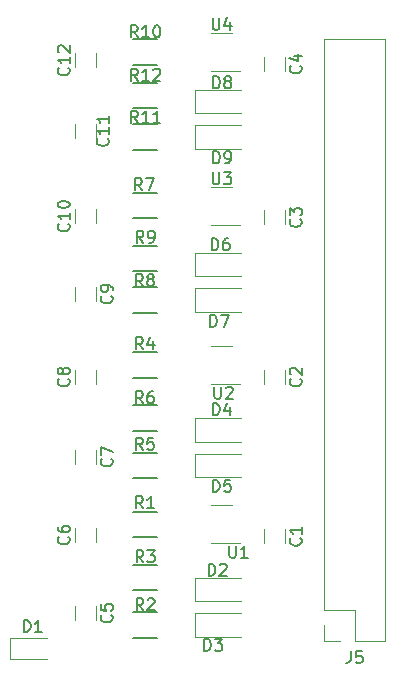
<source format=gbr>
G04 #@! TF.GenerationSoftware,KiCad,Pcbnew,5.1.5-52549c5~84~ubuntu19.10.1*
G04 #@! TF.CreationDate,2020-01-22T18:54:25-06:00*
G04 #@! TF.ProjectId,PiKwonDoHAT,50694b77-6f6e-4446-9f48-41542e6b6963,rev?*
G04 #@! TF.SameCoordinates,PX6bc3e40PY7b85d38*
G04 #@! TF.FileFunction,Legend,Top*
G04 #@! TF.FilePolarity,Positive*
%FSLAX46Y46*%
G04 Gerber Fmt 4.6, Leading zero omitted, Abs format (unit mm)*
G04 Created by KiCad (PCBNEW 5.1.5-52549c5~84~ubuntu19.10.1) date 2020-01-22 18:54:25*
%MOMM*%
%LPD*%
G04 APERTURE LIST*
%ADD10C,0.120000*%
%ADD11C,0.150000*%
G04 APERTURE END LIST*
D10*
X-13600000Y41133000D02*
X-15400000Y41133000D01*
X-15400000Y37913000D02*
X-12950000Y37913000D01*
D11*
X-22000000Y32598000D02*
X-20000000Y32598000D01*
X-20000000Y30448000D02*
X-22000000Y30448000D01*
D10*
X-26910000Y38020936D02*
X-26910000Y39225064D01*
X-25090000Y38020936D02*
X-25090000Y39225064D01*
D11*
X-22000000Y40598000D02*
X-20000000Y40598000D01*
X-20000000Y38448000D02*
X-22000000Y38448000D01*
D10*
X-26910000Y32625064D02*
X-26910000Y31420936D01*
X-25090000Y32625064D02*
X-25090000Y31420936D01*
X-16750000Y32523000D02*
X-16750000Y30523000D01*
X-16750000Y30523000D02*
X-12850000Y30523000D01*
X-16750000Y32523000D02*
X-12850000Y32523000D01*
X-16750000Y35523000D02*
X-12850000Y35523000D01*
X-16750000Y33523000D02*
X-12850000Y33523000D01*
X-16750000Y35523000D02*
X-16750000Y33523000D01*
D11*
X-22000000Y36098000D02*
X-20000000Y36098000D01*
X-20000000Y33948000D02*
X-22000000Y33948000D01*
D10*
X-630000Y2693000D02*
X-3230000Y2693000D01*
X-630000Y2693000D02*
X-630000Y53613000D01*
X-630000Y53613000D02*
X-5830000Y53613000D01*
X-5830000Y5293000D02*
X-5830000Y53613000D01*
X-3230000Y5293000D02*
X-5830000Y5293000D01*
X-3230000Y2693000D02*
X-3230000Y5293000D01*
X-5830000Y2693000D02*
X-5830000Y4023000D01*
X-4500000Y2693000D02*
X-5830000Y2693000D01*
X-16750000Y49323000D02*
X-12850000Y49323000D01*
X-16750000Y47323000D02*
X-12850000Y47323000D01*
X-16750000Y49323000D02*
X-16750000Y47323000D01*
X-16750000Y8023000D02*
X-12850000Y8023000D01*
X-16750000Y6023000D02*
X-12850000Y6023000D01*
X-16750000Y8023000D02*
X-16750000Y6023000D01*
X-16750000Y5023000D02*
X-16750000Y3023000D01*
X-16750000Y3023000D02*
X-12850000Y3023000D01*
X-16750000Y5023000D02*
X-12850000Y5023000D01*
X-16750000Y21523000D02*
X-12850000Y21523000D01*
X-16750000Y19523000D02*
X-12850000Y19523000D01*
X-16750000Y21523000D02*
X-16750000Y19523000D01*
X-16750000Y46323000D02*
X-16750000Y44323000D01*
X-16750000Y44323000D02*
X-12850000Y44323000D01*
X-16750000Y46323000D02*
X-12850000Y46323000D01*
X-16750000Y18523000D02*
X-16750000Y16523000D01*
X-16750000Y16523000D02*
X-12850000Y16523000D01*
X-16750000Y18523000D02*
X-12850000Y18523000D01*
X-10910000Y12125064D02*
X-10910000Y10920936D01*
X-9090000Y12125064D02*
X-9090000Y10920936D01*
X-9090000Y25625064D02*
X-9090000Y24420936D01*
X-10910000Y25625064D02*
X-10910000Y24420936D01*
X-10910000Y39125064D02*
X-10910000Y37920936D01*
X-9090000Y39125064D02*
X-9090000Y37920936D01*
X-9090000Y52125064D02*
X-9090000Y50920936D01*
X-10910000Y52125064D02*
X-10910000Y50920936D01*
X-26910000Y5625064D02*
X-26910000Y4420936D01*
X-25090000Y5625064D02*
X-25090000Y4420936D01*
X-26910000Y11041936D02*
X-26910000Y12246064D01*
X-25090000Y11041936D02*
X-25090000Y12246064D01*
X-26910000Y18850064D02*
X-26910000Y17645936D01*
X-25090000Y18850064D02*
X-25090000Y17645936D01*
X-26910000Y24420936D02*
X-26910000Y25625064D01*
X-25090000Y24420936D02*
X-25090000Y25625064D01*
X-26910000Y46425064D02*
X-26910000Y45220936D01*
X-25090000Y46425064D02*
X-25090000Y45220936D01*
X-26910000Y51220936D02*
X-26910000Y52425064D01*
X-25090000Y51220936D02*
X-25090000Y52425064D01*
D11*
X-22000000Y9098000D02*
X-20000000Y9098000D01*
X-20000000Y6948000D02*
X-22000000Y6948000D01*
X-22000000Y22598000D02*
X-20000000Y22598000D01*
X-20000000Y20448000D02*
X-22000000Y20448000D01*
X-22000000Y49898000D02*
X-20000000Y49898000D01*
X-20000000Y47748000D02*
X-22000000Y47748000D01*
X-22000000Y5098000D02*
X-20000000Y5098000D01*
X-20000000Y2948000D02*
X-22000000Y2948000D01*
X-22000000Y18598000D02*
X-20000000Y18598000D01*
X-20000000Y16448000D02*
X-22000000Y16448000D01*
X-22000000Y46398000D02*
X-20000000Y46398000D01*
X-20000000Y44248000D02*
X-22000000Y44248000D01*
X-22000000Y13598000D02*
X-20000000Y13598000D01*
X-20000000Y11448000D02*
X-22000000Y11448000D01*
X-22000000Y27098000D02*
X-20000000Y27098000D01*
X-20000000Y24948000D02*
X-22000000Y24948000D01*
X-22000000Y53598000D02*
X-20000000Y53598000D01*
X-20000000Y51448000D02*
X-22000000Y51448000D01*
D10*
X-13600000Y14133000D02*
X-15400000Y14133000D01*
X-15400000Y10913000D02*
X-12950000Y10913000D01*
X-13600000Y54133000D02*
X-15400000Y54133000D01*
X-15400000Y50913000D02*
X-12950000Y50913000D01*
X-13600000Y27633000D02*
X-15400000Y27633000D01*
X-15400000Y24413000D02*
X-12950000Y24413000D01*
X-32400000Y2873000D02*
X-32400000Y1173000D01*
X-32400000Y1173000D02*
X-29250000Y1173000D01*
X-32400000Y2873000D02*
X-29250000Y2873000D01*
D11*
X-15261905Y42330620D02*
X-15261905Y41521096D01*
X-15214286Y41425858D01*
X-15166667Y41378239D01*
X-15071429Y41330620D01*
X-14880953Y41330620D01*
X-14785715Y41378239D01*
X-14738096Y41425858D01*
X-14690477Y41521096D01*
X-14690477Y42330620D01*
X-14309524Y42330620D02*
X-13690477Y42330620D01*
X-14023810Y41949667D01*
X-13880953Y41949667D01*
X-13785715Y41902048D01*
X-13738096Y41854429D01*
X-13690477Y41759191D01*
X-13690477Y41521096D01*
X-13738096Y41425858D01*
X-13785715Y41378239D01*
X-13880953Y41330620D01*
X-14166667Y41330620D01*
X-14261905Y41378239D01*
X-14309524Y41425858D01*
X-21166667Y32694620D02*
X-21500000Y33170810D01*
X-21738096Y32694620D02*
X-21738096Y33694620D01*
X-21357143Y33694620D01*
X-21261905Y33647000D01*
X-21214286Y33599381D01*
X-21166667Y33504143D01*
X-21166667Y33361286D01*
X-21214286Y33266048D01*
X-21261905Y33218429D01*
X-21357143Y33170810D01*
X-21738096Y33170810D01*
X-20595239Y33266048D02*
X-20690477Y33313667D01*
X-20738096Y33361286D01*
X-20785715Y33456524D01*
X-20785715Y33504143D01*
X-20738096Y33599381D01*
X-20690477Y33647000D01*
X-20595239Y33694620D01*
X-20404762Y33694620D01*
X-20309524Y33647000D01*
X-20261905Y33599381D01*
X-20214286Y33504143D01*
X-20214286Y33456524D01*
X-20261905Y33361286D01*
X-20309524Y33313667D01*
X-20404762Y33266048D01*
X-20595239Y33266048D01*
X-20690477Y33218429D01*
X-20738096Y33170810D01*
X-20785715Y33075572D01*
X-20785715Y32885096D01*
X-20738096Y32789858D01*
X-20690477Y32742239D01*
X-20595239Y32694620D01*
X-20404762Y32694620D01*
X-20309524Y32742239D01*
X-20261905Y32789858D01*
X-20214286Y32885096D01*
X-20214286Y33075572D01*
X-20261905Y33170810D01*
X-20309524Y33218429D01*
X-20404762Y33266048D01*
X-27462858Y37980143D02*
X-27415239Y37932524D01*
X-27367620Y37789667D01*
X-27367620Y37694429D01*
X-27415239Y37551572D01*
X-27510477Y37456334D01*
X-27605715Y37408715D01*
X-27796191Y37361096D01*
X-27939048Y37361096D01*
X-28129524Y37408715D01*
X-28224762Y37456334D01*
X-28320000Y37551572D01*
X-28367620Y37694429D01*
X-28367620Y37789667D01*
X-28320000Y37932524D01*
X-28272381Y37980143D01*
X-27367620Y38932524D02*
X-27367620Y38361096D01*
X-27367620Y38646810D02*
X-28367620Y38646810D01*
X-28224762Y38551572D01*
X-28129524Y38456334D01*
X-28081905Y38361096D01*
X-28367620Y39551572D02*
X-28367620Y39646810D01*
X-28320000Y39742048D01*
X-28272381Y39789667D01*
X-28177143Y39837286D01*
X-27986667Y39884905D01*
X-27748572Y39884905D01*
X-27558096Y39837286D01*
X-27462858Y39789667D01*
X-27415239Y39742048D01*
X-27367620Y39646810D01*
X-27367620Y39551572D01*
X-27415239Y39456334D01*
X-27462858Y39408715D01*
X-27558096Y39361096D01*
X-27748572Y39313477D01*
X-27986667Y39313477D01*
X-28177143Y39361096D01*
X-28272381Y39408715D01*
X-28320000Y39456334D01*
X-28367620Y39551572D01*
X-21248667Y40822620D02*
X-21582000Y41298810D01*
X-21820096Y40822620D02*
X-21820096Y41822620D01*
X-21439143Y41822620D01*
X-21343905Y41775000D01*
X-21296286Y41727381D01*
X-21248667Y41632143D01*
X-21248667Y41489286D01*
X-21296286Y41394048D01*
X-21343905Y41346429D01*
X-21439143Y41298810D01*
X-21820096Y41298810D01*
X-20915334Y41822620D02*
X-20248667Y41822620D01*
X-20677239Y40822620D01*
X-23822858Y31856334D02*
X-23775239Y31808715D01*
X-23727620Y31665858D01*
X-23727620Y31570620D01*
X-23775239Y31427762D01*
X-23870477Y31332524D01*
X-23965715Y31284905D01*
X-24156191Y31237286D01*
X-24299048Y31237286D01*
X-24489524Y31284905D01*
X-24584762Y31332524D01*
X-24680000Y31427762D01*
X-24727620Y31570620D01*
X-24727620Y31665858D01*
X-24680000Y31808715D01*
X-24632381Y31856334D01*
X-23727620Y32332524D02*
X-23727620Y32523000D01*
X-23775239Y32618239D01*
X-23822858Y32665858D01*
X-23965715Y32761096D01*
X-24156191Y32808715D01*
X-24537143Y32808715D01*
X-24632381Y32761096D01*
X-24680000Y32713477D01*
X-24727620Y32618239D01*
X-24727620Y32427762D01*
X-24680000Y32332524D01*
X-24632381Y32284905D01*
X-24537143Y32237286D01*
X-24299048Y32237286D01*
X-24203810Y32284905D01*
X-24156191Y32332524D01*
X-24108572Y32427762D01*
X-24108572Y32618239D01*
X-24156191Y32713477D01*
X-24203810Y32761096D01*
X-24299048Y32808715D01*
X-15470096Y29265620D02*
X-15470096Y30265620D01*
X-15232000Y30265620D01*
X-15089143Y30218000D01*
X-14993905Y30122762D01*
X-14946286Y30027524D01*
X-14898667Y29837048D01*
X-14898667Y29694191D01*
X-14946286Y29503715D01*
X-14993905Y29408477D01*
X-15089143Y29313239D01*
X-15232000Y29265620D01*
X-15470096Y29265620D01*
X-14565334Y30265620D02*
X-13898667Y30265620D01*
X-14327239Y29265620D01*
X-15343096Y35742620D02*
X-15343096Y36742620D01*
X-15105000Y36742620D01*
X-14962143Y36695000D01*
X-14866905Y36599762D01*
X-14819286Y36504524D01*
X-14771667Y36314048D01*
X-14771667Y36171191D01*
X-14819286Y35980715D01*
X-14866905Y35885477D01*
X-14962143Y35790239D01*
X-15105000Y35742620D01*
X-15343096Y35742620D01*
X-13914524Y36742620D02*
X-14105000Y36742620D01*
X-14200239Y36695000D01*
X-14247858Y36647381D01*
X-14343096Y36504524D01*
X-14390715Y36314048D01*
X-14390715Y35933096D01*
X-14343096Y35837858D01*
X-14295477Y35790239D01*
X-14200239Y35742620D01*
X-14009762Y35742620D01*
X-13914524Y35790239D01*
X-13866905Y35837858D01*
X-13819286Y35933096D01*
X-13819286Y36171191D01*
X-13866905Y36266429D01*
X-13914524Y36314048D01*
X-14009762Y36361667D01*
X-14200239Y36361667D01*
X-14295477Y36314048D01*
X-14343096Y36266429D01*
X-14390715Y36171191D01*
X-21121667Y36377620D02*
X-21455000Y36853810D01*
X-21693096Y36377620D02*
X-21693096Y37377620D01*
X-21312143Y37377620D01*
X-21216905Y37330000D01*
X-21169286Y37282381D01*
X-21121667Y37187143D01*
X-21121667Y37044286D01*
X-21169286Y36949048D01*
X-21216905Y36901429D01*
X-21312143Y36853810D01*
X-21693096Y36853810D01*
X-20645477Y36377620D02*
X-20455000Y36377620D01*
X-20359762Y36425239D01*
X-20312143Y36472858D01*
X-20216905Y36615715D01*
X-20169286Y36806191D01*
X-20169286Y37187143D01*
X-20216905Y37282381D01*
X-20264524Y37330000D01*
X-20359762Y37377620D01*
X-20550239Y37377620D01*
X-20645477Y37330000D01*
X-20693096Y37282381D01*
X-20740715Y37187143D01*
X-20740715Y36949048D01*
X-20693096Y36853810D01*
X-20645477Y36806191D01*
X-20550239Y36758572D01*
X-20359762Y36758572D01*
X-20264524Y36806191D01*
X-20216905Y36853810D01*
X-20169286Y36949048D01*
X-3563334Y1800620D02*
X-3563334Y1086334D01*
X-3610953Y943477D01*
X-3706191Y848239D01*
X-3849048Y800620D01*
X-3944286Y800620D01*
X-2610953Y1800620D02*
X-3087143Y1800620D01*
X-3134762Y1324429D01*
X-3087143Y1372048D01*
X-2991905Y1419667D01*
X-2753810Y1419667D01*
X-2658572Y1372048D01*
X-2610953Y1324429D01*
X-2563334Y1229191D01*
X-2563334Y991096D01*
X-2610953Y895858D01*
X-2658572Y848239D01*
X-2753810Y800620D01*
X-2991905Y800620D01*
X-3087143Y848239D01*
X-3134762Y895858D01*
X-15216096Y49458620D02*
X-15216096Y50458620D01*
X-14978000Y50458620D01*
X-14835143Y50411000D01*
X-14739905Y50315762D01*
X-14692286Y50220524D01*
X-14644667Y50030048D01*
X-14644667Y49887191D01*
X-14692286Y49696715D01*
X-14739905Y49601477D01*
X-14835143Y49506239D01*
X-14978000Y49458620D01*
X-15216096Y49458620D01*
X-14073239Y50030048D02*
X-14168477Y50077667D01*
X-14216096Y50125286D01*
X-14263715Y50220524D01*
X-14263715Y50268143D01*
X-14216096Y50363381D01*
X-14168477Y50411000D01*
X-14073239Y50458620D01*
X-13882762Y50458620D01*
X-13787524Y50411000D01*
X-13739905Y50363381D01*
X-13692286Y50268143D01*
X-13692286Y50220524D01*
X-13739905Y50125286D01*
X-13787524Y50077667D01*
X-13882762Y50030048D01*
X-14073239Y50030048D01*
X-14168477Y49982429D01*
X-14216096Y49934810D01*
X-14263715Y49839572D01*
X-14263715Y49649096D01*
X-14216096Y49553858D01*
X-14168477Y49506239D01*
X-14073239Y49458620D01*
X-13882762Y49458620D01*
X-13787524Y49506239D01*
X-13739905Y49553858D01*
X-13692286Y49649096D01*
X-13692286Y49839572D01*
X-13739905Y49934810D01*
X-13787524Y49982429D01*
X-13882762Y50030048D01*
X-15597096Y8183620D02*
X-15597096Y9183620D01*
X-15359000Y9183620D01*
X-15216143Y9136000D01*
X-15120905Y9040762D01*
X-15073286Y8945524D01*
X-15025667Y8755048D01*
X-15025667Y8612191D01*
X-15073286Y8421715D01*
X-15120905Y8326477D01*
X-15216143Y8231239D01*
X-15359000Y8183620D01*
X-15597096Y8183620D01*
X-14644715Y9088381D02*
X-14597096Y9136000D01*
X-14501858Y9183620D01*
X-14263762Y9183620D01*
X-14168524Y9136000D01*
X-14120905Y9088381D01*
X-14073286Y8993143D01*
X-14073286Y8897905D01*
X-14120905Y8755048D01*
X-14692334Y8183620D01*
X-14073286Y8183620D01*
X-15978096Y1833620D02*
X-15978096Y2833620D01*
X-15740000Y2833620D01*
X-15597143Y2786000D01*
X-15501905Y2690762D01*
X-15454286Y2595524D01*
X-15406667Y2405048D01*
X-15406667Y2262191D01*
X-15454286Y2071715D01*
X-15501905Y1976477D01*
X-15597143Y1881239D01*
X-15740000Y1833620D01*
X-15978096Y1833620D01*
X-15073334Y2833620D02*
X-14454286Y2833620D01*
X-14787620Y2452667D01*
X-14644762Y2452667D01*
X-14549524Y2405048D01*
X-14501905Y2357429D01*
X-14454286Y2262191D01*
X-14454286Y2024096D01*
X-14501905Y1928858D01*
X-14549524Y1881239D01*
X-14644762Y1833620D01*
X-14930477Y1833620D01*
X-15025715Y1881239D01*
X-15073334Y1928858D01*
X-15238096Y21772620D02*
X-15238096Y22772620D01*
X-15000000Y22772620D01*
X-14857143Y22725000D01*
X-14761905Y22629762D01*
X-14714286Y22534524D01*
X-14666667Y22344048D01*
X-14666667Y22201191D01*
X-14714286Y22010715D01*
X-14761905Y21915477D01*
X-14857143Y21820239D01*
X-15000000Y21772620D01*
X-15238096Y21772620D01*
X-13809524Y22439286D02*
X-13809524Y21772620D01*
X-14047620Y22820239D02*
X-14285715Y22105953D01*
X-13666667Y22105953D01*
X-15216096Y43108620D02*
X-15216096Y44108620D01*
X-14978000Y44108620D01*
X-14835143Y44061000D01*
X-14739905Y43965762D01*
X-14692286Y43870524D01*
X-14644667Y43680048D01*
X-14644667Y43537191D01*
X-14692286Y43346715D01*
X-14739905Y43251477D01*
X-14835143Y43156239D01*
X-14978000Y43108620D01*
X-15216096Y43108620D01*
X-14168477Y43108620D02*
X-13978000Y43108620D01*
X-13882762Y43156239D01*
X-13835143Y43203858D01*
X-13739905Y43346715D01*
X-13692286Y43537191D01*
X-13692286Y43918143D01*
X-13739905Y44013381D01*
X-13787524Y44061000D01*
X-13882762Y44108620D01*
X-14073239Y44108620D01*
X-14168477Y44061000D01*
X-14216096Y44013381D01*
X-14263715Y43918143D01*
X-14263715Y43680048D01*
X-14216096Y43584810D01*
X-14168477Y43537191D01*
X-14073239Y43489572D01*
X-13882762Y43489572D01*
X-13787524Y43537191D01*
X-13739905Y43584810D01*
X-13692286Y43680048D01*
X-15238096Y15295620D02*
X-15238096Y16295620D01*
X-15000000Y16295620D01*
X-14857143Y16248000D01*
X-14761905Y16152762D01*
X-14714286Y16057524D01*
X-14666667Y15867048D01*
X-14666667Y15724191D01*
X-14714286Y15533715D01*
X-14761905Y15438477D01*
X-14857143Y15343239D01*
X-15000000Y15295620D01*
X-15238096Y15295620D01*
X-13761905Y16295620D02*
X-14238096Y16295620D01*
X-14285715Y15819429D01*
X-14238096Y15867048D01*
X-14142858Y15914667D01*
X-13904762Y15914667D01*
X-13809524Y15867048D01*
X-13761905Y15819429D01*
X-13714286Y15724191D01*
X-13714286Y15486096D01*
X-13761905Y15390858D01*
X-13809524Y15343239D01*
X-13904762Y15295620D01*
X-14142858Y15295620D01*
X-14238096Y15343239D01*
X-14285715Y15390858D01*
X-7822858Y11356334D02*
X-7775239Y11308715D01*
X-7727620Y11165858D01*
X-7727620Y11070620D01*
X-7775239Y10927762D01*
X-7870477Y10832524D01*
X-7965715Y10784905D01*
X-8156191Y10737286D01*
X-8299048Y10737286D01*
X-8489524Y10784905D01*
X-8584762Y10832524D01*
X-8680000Y10927762D01*
X-8727620Y11070620D01*
X-8727620Y11165858D01*
X-8680000Y11308715D01*
X-8632381Y11356334D01*
X-7727620Y12308715D02*
X-7727620Y11737286D01*
X-7727620Y12023000D02*
X-8727620Y12023000D01*
X-8584762Y11927762D01*
X-8489524Y11832524D01*
X-8441905Y11737286D01*
X-7822858Y24856334D02*
X-7775239Y24808715D01*
X-7727620Y24665858D01*
X-7727620Y24570620D01*
X-7775239Y24427762D01*
X-7870477Y24332524D01*
X-7965715Y24284905D01*
X-8156191Y24237286D01*
X-8299048Y24237286D01*
X-8489524Y24284905D01*
X-8584762Y24332524D01*
X-8680000Y24427762D01*
X-8727620Y24570620D01*
X-8727620Y24665858D01*
X-8680000Y24808715D01*
X-8632381Y24856334D01*
X-8632381Y25237286D02*
X-8680000Y25284905D01*
X-8727620Y25380143D01*
X-8727620Y25618239D01*
X-8680000Y25713477D01*
X-8632381Y25761096D01*
X-8537143Y25808715D01*
X-8441905Y25808715D01*
X-8299048Y25761096D01*
X-7727620Y25189667D01*
X-7727620Y25808715D01*
X-7822858Y38356334D02*
X-7775239Y38308715D01*
X-7727620Y38165858D01*
X-7727620Y38070620D01*
X-7775239Y37927762D01*
X-7870477Y37832524D01*
X-7965715Y37784905D01*
X-8156191Y37737286D01*
X-8299048Y37737286D01*
X-8489524Y37784905D01*
X-8584762Y37832524D01*
X-8680000Y37927762D01*
X-8727620Y38070620D01*
X-8727620Y38165858D01*
X-8680000Y38308715D01*
X-8632381Y38356334D01*
X-8727620Y38689667D02*
X-8727620Y39308715D01*
X-8346667Y38975381D01*
X-8346667Y39118239D01*
X-8299048Y39213477D01*
X-8251429Y39261096D01*
X-8156191Y39308715D01*
X-7918096Y39308715D01*
X-7822858Y39261096D01*
X-7775239Y39213477D01*
X-7727620Y39118239D01*
X-7727620Y38832524D01*
X-7775239Y38737286D01*
X-7822858Y38689667D01*
X-7822858Y51356334D02*
X-7775239Y51308715D01*
X-7727620Y51165858D01*
X-7727620Y51070620D01*
X-7775239Y50927762D01*
X-7870477Y50832524D01*
X-7965715Y50784905D01*
X-8156191Y50737286D01*
X-8299048Y50737286D01*
X-8489524Y50784905D01*
X-8584762Y50832524D01*
X-8680000Y50927762D01*
X-8727620Y51070620D01*
X-8727620Y51165858D01*
X-8680000Y51308715D01*
X-8632381Y51356334D01*
X-8394286Y52213477D02*
X-7727620Y52213477D01*
X-8775239Y51975381D02*
X-8060953Y51737286D01*
X-8060953Y52356334D01*
X-23822858Y4856334D02*
X-23775239Y4808715D01*
X-23727620Y4665858D01*
X-23727620Y4570620D01*
X-23775239Y4427762D01*
X-23870477Y4332524D01*
X-23965715Y4284905D01*
X-24156191Y4237286D01*
X-24299048Y4237286D01*
X-24489524Y4284905D01*
X-24584762Y4332524D01*
X-24680000Y4427762D01*
X-24727620Y4570620D01*
X-24727620Y4665858D01*
X-24680000Y4808715D01*
X-24632381Y4856334D01*
X-24727620Y5761096D02*
X-24727620Y5284905D01*
X-24251429Y5237286D01*
X-24299048Y5284905D01*
X-24346667Y5380143D01*
X-24346667Y5618239D01*
X-24299048Y5713477D01*
X-24251429Y5761096D01*
X-24156191Y5808715D01*
X-23918096Y5808715D01*
X-23822858Y5761096D01*
X-23775239Y5713477D01*
X-23727620Y5618239D01*
X-23727620Y5380143D01*
X-23775239Y5284905D01*
X-23822858Y5237286D01*
X-27462858Y11477334D02*
X-27415239Y11429715D01*
X-27367620Y11286858D01*
X-27367620Y11191620D01*
X-27415239Y11048762D01*
X-27510477Y10953524D01*
X-27605715Y10905905D01*
X-27796191Y10858286D01*
X-27939048Y10858286D01*
X-28129524Y10905905D01*
X-28224762Y10953524D01*
X-28320000Y11048762D01*
X-28367620Y11191620D01*
X-28367620Y11286858D01*
X-28320000Y11429715D01*
X-28272381Y11477334D01*
X-28367620Y12334477D02*
X-28367620Y12144000D01*
X-28320000Y12048762D01*
X-28272381Y12001143D01*
X-28129524Y11905905D01*
X-27939048Y11858286D01*
X-27558096Y11858286D01*
X-27462858Y11905905D01*
X-27415239Y11953524D01*
X-27367620Y12048762D01*
X-27367620Y12239239D01*
X-27415239Y12334477D01*
X-27462858Y12382096D01*
X-27558096Y12429715D01*
X-27796191Y12429715D01*
X-27891429Y12382096D01*
X-27939048Y12334477D01*
X-27986667Y12239239D01*
X-27986667Y12048762D01*
X-27939048Y11953524D01*
X-27891429Y11905905D01*
X-27796191Y11858286D01*
X-23822858Y18081334D02*
X-23775239Y18033715D01*
X-23727620Y17890858D01*
X-23727620Y17795620D01*
X-23775239Y17652762D01*
X-23870477Y17557524D01*
X-23965715Y17509905D01*
X-24156191Y17462286D01*
X-24299048Y17462286D01*
X-24489524Y17509905D01*
X-24584762Y17557524D01*
X-24680000Y17652762D01*
X-24727620Y17795620D01*
X-24727620Y17890858D01*
X-24680000Y18033715D01*
X-24632381Y18081334D01*
X-24727620Y18414667D02*
X-24727620Y19081334D01*
X-23727620Y18652762D01*
X-27462858Y24856334D02*
X-27415239Y24808715D01*
X-27367620Y24665858D01*
X-27367620Y24570620D01*
X-27415239Y24427762D01*
X-27510477Y24332524D01*
X-27605715Y24284905D01*
X-27796191Y24237286D01*
X-27939048Y24237286D01*
X-28129524Y24284905D01*
X-28224762Y24332524D01*
X-28320000Y24427762D01*
X-28367620Y24570620D01*
X-28367620Y24665858D01*
X-28320000Y24808715D01*
X-28272381Y24856334D01*
X-27939048Y25427762D02*
X-27986667Y25332524D01*
X-28034286Y25284905D01*
X-28129524Y25237286D01*
X-28177143Y25237286D01*
X-28272381Y25284905D01*
X-28320000Y25332524D01*
X-28367620Y25427762D01*
X-28367620Y25618239D01*
X-28320000Y25713477D01*
X-28272381Y25761096D01*
X-28177143Y25808715D01*
X-28129524Y25808715D01*
X-28034286Y25761096D01*
X-27986667Y25713477D01*
X-27939048Y25618239D01*
X-27939048Y25427762D01*
X-27891429Y25332524D01*
X-27843810Y25284905D01*
X-27748572Y25237286D01*
X-27558096Y25237286D01*
X-27462858Y25284905D01*
X-27415239Y25332524D01*
X-27367620Y25427762D01*
X-27367620Y25618239D01*
X-27415239Y25713477D01*
X-27462858Y25761096D01*
X-27558096Y25808715D01*
X-27748572Y25808715D01*
X-27843810Y25761096D01*
X-27891429Y25713477D01*
X-27939048Y25618239D01*
X-24153858Y45204143D02*
X-24106239Y45156524D01*
X-24058620Y45013667D01*
X-24058620Y44918429D01*
X-24106239Y44775572D01*
X-24201477Y44680334D01*
X-24296715Y44632715D01*
X-24487191Y44585096D01*
X-24630048Y44585096D01*
X-24820524Y44632715D01*
X-24915762Y44680334D01*
X-25011000Y44775572D01*
X-25058620Y44918429D01*
X-25058620Y45013667D01*
X-25011000Y45156524D01*
X-24963381Y45204143D01*
X-24058620Y46156524D02*
X-24058620Y45585096D01*
X-24058620Y45870810D02*
X-25058620Y45870810D01*
X-24915762Y45775572D01*
X-24820524Y45680334D01*
X-24772905Y45585096D01*
X-24058620Y47108905D02*
X-24058620Y46537477D01*
X-24058620Y46823191D02*
X-25058620Y46823191D01*
X-24915762Y46727953D01*
X-24820524Y46632715D01*
X-24772905Y46537477D01*
X-27462858Y51180143D02*
X-27415239Y51132524D01*
X-27367620Y50989667D01*
X-27367620Y50894429D01*
X-27415239Y50751572D01*
X-27510477Y50656334D01*
X-27605715Y50608715D01*
X-27796191Y50561096D01*
X-27939048Y50561096D01*
X-28129524Y50608715D01*
X-28224762Y50656334D01*
X-28320000Y50751572D01*
X-28367620Y50894429D01*
X-28367620Y50989667D01*
X-28320000Y51132524D01*
X-28272381Y51180143D01*
X-27367620Y52132524D02*
X-27367620Y51561096D01*
X-27367620Y51846810D02*
X-28367620Y51846810D01*
X-28224762Y51751572D01*
X-28129524Y51656334D01*
X-28081905Y51561096D01*
X-28272381Y52513477D02*
X-28320000Y52561096D01*
X-28367620Y52656334D01*
X-28367620Y52894429D01*
X-28320000Y52989667D01*
X-28272381Y53037286D01*
X-28177143Y53084905D01*
X-28081905Y53084905D01*
X-27939048Y53037286D01*
X-27367620Y52465858D01*
X-27367620Y53084905D01*
X-21121667Y9326620D02*
X-21455000Y9802810D01*
X-21693096Y9326620D02*
X-21693096Y10326620D01*
X-21312143Y10326620D01*
X-21216905Y10279000D01*
X-21169286Y10231381D01*
X-21121667Y10136143D01*
X-21121667Y9993286D01*
X-21169286Y9898048D01*
X-21216905Y9850429D01*
X-21312143Y9802810D01*
X-21693096Y9802810D01*
X-20788334Y10326620D02*
X-20169286Y10326620D01*
X-20502620Y9945667D01*
X-20359762Y9945667D01*
X-20264524Y9898048D01*
X-20216905Y9850429D01*
X-20169286Y9755191D01*
X-20169286Y9517096D01*
X-20216905Y9421858D01*
X-20264524Y9374239D01*
X-20359762Y9326620D01*
X-20645477Y9326620D01*
X-20740715Y9374239D01*
X-20788334Y9421858D01*
X-21166667Y22788620D02*
X-21500000Y23264810D01*
X-21738096Y22788620D02*
X-21738096Y23788620D01*
X-21357143Y23788620D01*
X-21261905Y23741000D01*
X-21214286Y23693381D01*
X-21166667Y23598143D01*
X-21166667Y23455286D01*
X-21214286Y23360048D01*
X-21261905Y23312429D01*
X-21357143Y23264810D01*
X-21738096Y23264810D01*
X-20309524Y23788620D02*
X-20500000Y23788620D01*
X-20595239Y23741000D01*
X-20642858Y23693381D01*
X-20738096Y23550524D01*
X-20785715Y23360048D01*
X-20785715Y22979096D01*
X-20738096Y22883858D01*
X-20690477Y22836239D01*
X-20595239Y22788620D01*
X-20404762Y22788620D01*
X-20309524Y22836239D01*
X-20261905Y22883858D01*
X-20214286Y22979096D01*
X-20214286Y23217191D01*
X-20261905Y23312429D01*
X-20309524Y23360048D01*
X-20404762Y23407667D01*
X-20595239Y23407667D01*
X-20690477Y23360048D01*
X-20738096Y23312429D01*
X-20785715Y23217191D01*
X-21597858Y50093620D02*
X-21931191Y50569810D01*
X-22169286Y50093620D02*
X-22169286Y51093620D01*
X-21788334Y51093620D01*
X-21693096Y51046000D01*
X-21645477Y50998381D01*
X-21597858Y50903143D01*
X-21597858Y50760286D01*
X-21645477Y50665048D01*
X-21693096Y50617429D01*
X-21788334Y50569810D01*
X-22169286Y50569810D01*
X-20645477Y50093620D02*
X-21216905Y50093620D01*
X-20931191Y50093620D02*
X-20931191Y51093620D01*
X-21026429Y50950762D01*
X-21121667Y50855524D01*
X-21216905Y50807905D01*
X-20264524Y50998381D02*
X-20216905Y51046000D01*
X-20121667Y51093620D01*
X-19883572Y51093620D01*
X-19788334Y51046000D01*
X-19740715Y50998381D01*
X-19693096Y50903143D01*
X-19693096Y50807905D01*
X-19740715Y50665048D01*
X-20312143Y50093620D01*
X-19693096Y50093620D01*
X-21121667Y5262620D02*
X-21455000Y5738810D01*
X-21693096Y5262620D02*
X-21693096Y6262620D01*
X-21312143Y6262620D01*
X-21216905Y6215000D01*
X-21169286Y6167381D01*
X-21121667Y6072143D01*
X-21121667Y5929286D01*
X-21169286Y5834048D01*
X-21216905Y5786429D01*
X-21312143Y5738810D01*
X-21693096Y5738810D01*
X-20740715Y6167381D02*
X-20693096Y6215000D01*
X-20597858Y6262620D01*
X-20359762Y6262620D01*
X-20264524Y6215000D01*
X-20216905Y6167381D01*
X-20169286Y6072143D01*
X-20169286Y5976905D01*
X-20216905Y5834048D01*
X-20788334Y5262620D01*
X-20169286Y5262620D01*
X-21166667Y18851620D02*
X-21500000Y19327810D01*
X-21738096Y18851620D02*
X-21738096Y19851620D01*
X-21357143Y19851620D01*
X-21261905Y19804000D01*
X-21214286Y19756381D01*
X-21166667Y19661143D01*
X-21166667Y19518286D01*
X-21214286Y19423048D01*
X-21261905Y19375429D01*
X-21357143Y19327810D01*
X-21738096Y19327810D01*
X-20261905Y19851620D02*
X-20738096Y19851620D01*
X-20785715Y19375429D01*
X-20738096Y19423048D01*
X-20642858Y19470667D01*
X-20404762Y19470667D01*
X-20309524Y19423048D01*
X-20261905Y19375429D01*
X-20214286Y19280191D01*
X-20214286Y19042096D01*
X-20261905Y18946858D01*
X-20309524Y18899239D01*
X-20404762Y18851620D01*
X-20642858Y18851620D01*
X-20738096Y18899239D01*
X-20785715Y18946858D01*
X-21597858Y46537620D02*
X-21931191Y47013810D01*
X-22169286Y46537620D02*
X-22169286Y47537620D01*
X-21788334Y47537620D01*
X-21693096Y47490000D01*
X-21645477Y47442381D01*
X-21597858Y47347143D01*
X-21597858Y47204286D01*
X-21645477Y47109048D01*
X-21693096Y47061429D01*
X-21788334Y47013810D01*
X-22169286Y47013810D01*
X-20645477Y46537620D02*
X-21216905Y46537620D01*
X-20931191Y46537620D02*
X-20931191Y47537620D01*
X-21026429Y47394762D01*
X-21121667Y47299524D01*
X-21216905Y47251905D01*
X-19693096Y46537620D02*
X-20264524Y46537620D01*
X-19978810Y46537620D02*
X-19978810Y47537620D01*
X-20074048Y47394762D01*
X-20169286Y47299524D01*
X-20264524Y47251905D01*
X-21166667Y13898620D02*
X-21500000Y14374810D01*
X-21738096Y13898620D02*
X-21738096Y14898620D01*
X-21357143Y14898620D01*
X-21261905Y14851000D01*
X-21214286Y14803381D01*
X-21166667Y14708143D01*
X-21166667Y14565286D01*
X-21214286Y14470048D01*
X-21261905Y14422429D01*
X-21357143Y14374810D01*
X-21738096Y14374810D01*
X-20214286Y13898620D02*
X-20785715Y13898620D01*
X-20500000Y13898620D02*
X-20500000Y14898620D01*
X-20595239Y14755762D01*
X-20690477Y14660524D01*
X-20785715Y14612905D01*
X-21166667Y27360620D02*
X-21500000Y27836810D01*
X-21738096Y27360620D02*
X-21738096Y28360620D01*
X-21357143Y28360620D01*
X-21261905Y28313000D01*
X-21214286Y28265381D01*
X-21166667Y28170143D01*
X-21166667Y28027286D01*
X-21214286Y27932048D01*
X-21261905Y27884429D01*
X-21357143Y27836810D01*
X-21738096Y27836810D01*
X-20309524Y28027286D02*
X-20309524Y27360620D01*
X-20547620Y28408239D02*
X-20785715Y27693953D01*
X-20166667Y27693953D01*
X-21597858Y53776620D02*
X-21931191Y54252810D01*
X-22169286Y53776620D02*
X-22169286Y54776620D01*
X-21788334Y54776620D01*
X-21693096Y54729000D01*
X-21645477Y54681381D01*
X-21597858Y54586143D01*
X-21597858Y54443286D01*
X-21645477Y54348048D01*
X-21693096Y54300429D01*
X-21788334Y54252810D01*
X-22169286Y54252810D01*
X-20645477Y53776620D02*
X-21216905Y53776620D01*
X-20931191Y53776620D02*
X-20931191Y54776620D01*
X-21026429Y54633762D01*
X-21121667Y54538524D01*
X-21216905Y54490905D01*
X-20026429Y54776620D02*
X-19931191Y54776620D01*
X-19835953Y54729000D01*
X-19788334Y54681381D01*
X-19740715Y54586143D01*
X-19693096Y54395667D01*
X-19693096Y54157572D01*
X-19740715Y53967096D01*
X-19788334Y53871858D01*
X-19835953Y53824239D01*
X-19931191Y53776620D01*
X-20026429Y53776620D01*
X-20121667Y53824239D01*
X-20169286Y53871858D01*
X-20216905Y53967096D01*
X-20264524Y54157572D01*
X-20264524Y54395667D01*
X-20216905Y54586143D01*
X-20169286Y54681381D01*
X-20121667Y54729000D01*
X-20026429Y54776620D01*
X-13842905Y10707620D02*
X-13842905Y9898096D01*
X-13795286Y9802858D01*
X-13747667Y9755239D01*
X-13652429Y9707620D01*
X-13461953Y9707620D01*
X-13366715Y9755239D01*
X-13319096Y9802858D01*
X-13271477Y9898096D01*
X-13271477Y10707620D01*
X-12271477Y9707620D02*
X-12842905Y9707620D01*
X-12557191Y9707620D02*
X-12557191Y10707620D01*
X-12652429Y10564762D01*
X-12747667Y10469524D01*
X-12842905Y10421905D01*
X-15261905Y55411620D02*
X-15261905Y54602096D01*
X-15214286Y54506858D01*
X-15166667Y54459239D01*
X-15071429Y54411620D01*
X-14880953Y54411620D01*
X-14785715Y54459239D01*
X-14738096Y54506858D01*
X-14690477Y54602096D01*
X-14690477Y55411620D01*
X-13785715Y55078286D02*
X-13785715Y54411620D01*
X-14023810Y55459239D02*
X-14261905Y54744953D01*
X-13642858Y54744953D01*
X-15112905Y24169620D02*
X-15112905Y23360096D01*
X-15065286Y23264858D01*
X-15017667Y23217239D01*
X-14922429Y23169620D01*
X-14731953Y23169620D01*
X-14636715Y23217239D01*
X-14589096Y23264858D01*
X-14541477Y23360096D01*
X-14541477Y24169620D01*
X-14112905Y24074381D02*
X-14065286Y24122000D01*
X-13970048Y24169620D01*
X-13731953Y24169620D01*
X-13636715Y24122000D01*
X-13589096Y24074381D01*
X-13541477Y23979143D01*
X-13541477Y23883905D01*
X-13589096Y23741048D01*
X-14160524Y23169620D01*
X-13541477Y23169620D01*
X-31238096Y3420620D02*
X-31238096Y4420620D01*
X-31000000Y4420620D01*
X-30857143Y4373000D01*
X-30761905Y4277762D01*
X-30714286Y4182524D01*
X-30666667Y3992048D01*
X-30666667Y3849191D01*
X-30714286Y3658715D01*
X-30761905Y3563477D01*
X-30857143Y3468239D01*
X-31000000Y3420620D01*
X-31238096Y3420620D01*
X-29714286Y3420620D02*
X-30285715Y3420620D01*
X-30000000Y3420620D02*
X-30000000Y4420620D01*
X-30095239Y4277762D01*
X-30190477Y4182524D01*
X-30285715Y4134905D01*
M02*

</source>
